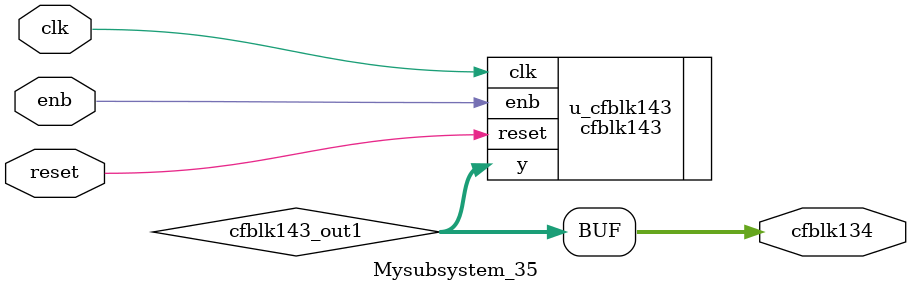
<source format=v>



`timescale 1 ns / 1 ns

module Mysubsystem_35
          (clk,
           reset,
           enb,
           cfblk134);


  input   clk;
  input   reset;
  input   enb;
  output  [7:0] cfblk134;  // uint8


  wire [7:0] cfblk143_out1;  // uint8


  cfblk143 u_cfblk143 (.clk(clk),
                       .reset(reset),
                       .enb(enb),
                       .y(cfblk143_out1)  // uint8
                       );

  assign cfblk134 = cfblk143_out1;

endmodule  // Mysubsystem_35


</source>
